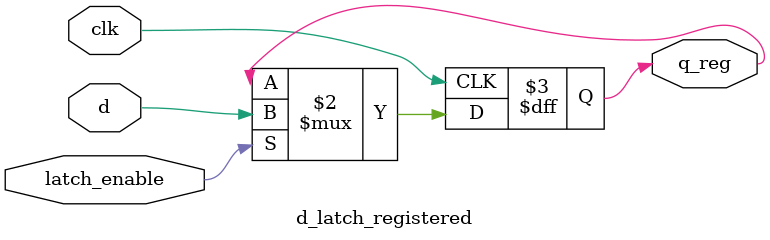
<source format=sv>
module d_latch_registered (
    input wire d,
    input wire latch_enable,
    input wire clk,
    output reg q_reg
);
    
    always @(posedge clk) begin
        q_reg <= latch_enable ? d : q_reg;
    end
endmodule
</source>
